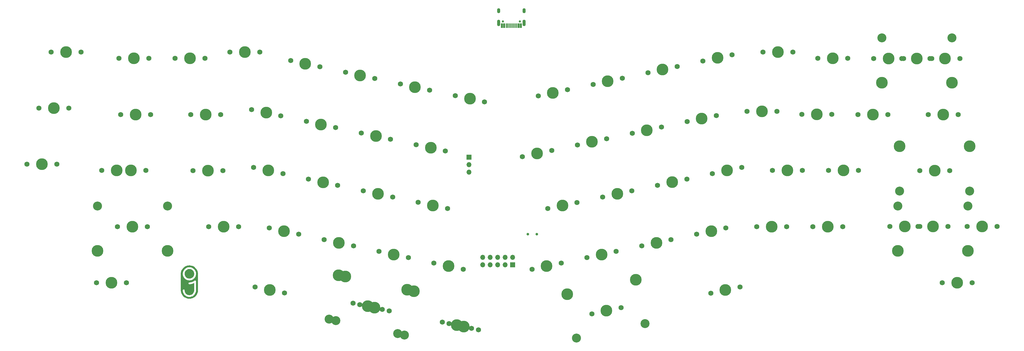
<source format=gts>
%TF.GenerationSoftware,KiCad,Pcbnew,(6.0.0)*%
%TF.CreationDate,2022-03-14T10:16:23+02:00*%
%TF.ProjectId,Alice_PCB,416c6963-655f-4504-9342-2e6b69636164,rev?*%
%TF.SameCoordinates,Original*%
%TF.FileFunction,Soldermask,Top*%
%TF.FilePolarity,Negative*%
%FSLAX46Y46*%
G04 Gerber Fmt 4.6, Leading zero omitted, Abs format (unit mm)*
G04 Created by KiCad (PCBNEW (6.0.0)) date 2022-03-14 10:16:23*
%MOMM*%
%LPD*%
G01*
G04 APERTURE LIST*
G04 Aperture macros list*
%AMRoundRect*
0 Rectangle with rounded corners*
0 $1 Rounding radius*
0 $2 $3 $4 $5 $6 $7 $8 $9 X,Y pos of 4 corners*
0 Add a 4 corners polygon primitive as box body*
4,1,4,$2,$3,$4,$5,$6,$7,$8,$9,$2,$3,0*
0 Add four circle primitives for the rounded corners*
1,1,$1+$1,$2,$3*
1,1,$1+$1,$4,$5*
1,1,$1+$1,$6,$7*
1,1,$1+$1,$8,$9*
0 Add four rect primitives between the rounded corners*
20,1,$1+$1,$2,$3,$4,$5,0*
20,1,$1+$1,$4,$5,$6,$7,0*
20,1,$1+$1,$6,$7,$8,$9,0*
20,1,$1+$1,$8,$9,$2,$3,0*%
G04 Aperture macros list end*
%ADD10C,1.750000*%
%ADD11C,3.987800*%
%ADD12C,3.048000*%
%ADD13C,0.750000*%
%ADD14RoundRect,0.050000X0.300000X0.725000X-0.300000X0.725000X-0.300000X-0.725000X0.300000X-0.725000X0*%
%ADD15RoundRect,0.050000X0.150000X0.725000X-0.150000X0.725000X-0.150000X-0.725000X0.150000X-0.725000X0*%
%ADD16O,1.100000X1.700000*%
%ADD17O,1.100000X2.200000*%
%ADD18C,0.900000*%
%ADD19R,1.700000X1.700000*%
%ADD20O,1.700000X1.700000*%
G04 APERTURE END LIST*
%TO.C,G\u002A\u002A\u002A*%
G36*
X34921158Y-124639597D02*
G01*
X34978591Y-124643751D01*
X34985527Y-124644518D01*
X35149041Y-124672176D01*
X35307174Y-124715937D01*
X35458919Y-124774984D01*
X35603268Y-124848500D01*
X35739214Y-124935669D01*
X35865753Y-125035674D01*
X35981876Y-125147699D01*
X36086576Y-125270928D01*
X36178848Y-125404544D01*
X36257685Y-125547730D01*
X36322080Y-125699671D01*
X36336141Y-125739933D01*
X36381443Y-125901553D01*
X36409846Y-126063122D01*
X36421912Y-126223700D01*
X36418202Y-126382344D01*
X36399279Y-126538113D01*
X36365706Y-126690064D01*
X36318045Y-126837257D01*
X36256857Y-126978749D01*
X36182706Y-127113599D01*
X36096154Y-127240865D01*
X35997763Y-127359604D01*
X35888095Y-127468876D01*
X35767713Y-127567739D01*
X35637180Y-127655250D01*
X35497056Y-127730468D01*
X35347905Y-127792451D01*
X35190289Y-127840258D01*
X35066500Y-127866305D01*
X34999178Y-127875562D01*
X34921785Y-127882433D01*
X34839982Y-127886702D01*
X34759430Y-127888151D01*
X34685791Y-127886562D01*
X34635043Y-127882892D01*
X34469376Y-127857089D01*
X34309355Y-127815444D01*
X34155922Y-127758737D01*
X34010018Y-127687751D01*
X33872586Y-127603265D01*
X33744567Y-127506062D01*
X33626903Y-127396923D01*
X33520536Y-127276629D01*
X33426409Y-127145961D01*
X33345462Y-127005700D01*
X33278638Y-126856628D01*
X33232472Y-126719505D01*
X33212196Y-126645435D01*
X33196820Y-126579932D01*
X33185726Y-126518323D01*
X33178296Y-126455937D01*
X33173914Y-126388101D01*
X33171961Y-126310144D01*
X33171699Y-126259636D01*
X33173060Y-126162560D01*
X33177668Y-126078029D01*
X33186256Y-126001264D01*
X33199559Y-125927485D01*
X33218313Y-125851914D01*
X33243252Y-125769771D01*
X33250307Y-125748342D01*
X33311957Y-125590163D01*
X33387872Y-125441637D01*
X33477311Y-125303403D01*
X33579536Y-125176098D01*
X33693805Y-125060361D01*
X33819378Y-124956830D01*
X33955516Y-124866143D01*
X34101477Y-124788939D01*
X34256523Y-124725856D01*
X34419912Y-124677531D01*
X34516189Y-124656891D01*
X34567427Y-124649601D01*
X34631420Y-124643909D01*
X34703478Y-124639939D01*
X34778913Y-124637814D01*
X34853036Y-124637659D01*
X34921158Y-124639597D01*
G37*
G36*
X31869692Y-131897009D02*
G01*
X31868988Y-131841490D01*
X31868322Y-131770962D01*
X31867694Y-131686257D01*
X31867104Y-131588206D01*
X31866552Y-131477642D01*
X31866038Y-131355396D01*
X31865562Y-131222301D01*
X31865124Y-131079188D01*
X31864724Y-130926890D01*
X31864362Y-130766238D01*
X31864037Y-130598064D01*
X31863751Y-130423201D01*
X31863503Y-130242479D01*
X31863292Y-130056732D01*
X31863120Y-129866792D01*
X31862985Y-129673489D01*
X31862889Y-129477656D01*
X31862830Y-129280126D01*
X31862810Y-129081729D01*
X31862827Y-128883298D01*
X31862883Y-128685665D01*
X31862976Y-128489662D01*
X31863107Y-128296120D01*
X31863277Y-128105873D01*
X31863484Y-127919751D01*
X31863729Y-127738586D01*
X31864012Y-127563212D01*
X31864334Y-127394458D01*
X31864693Y-127233159D01*
X31865090Y-127080144D01*
X31865525Y-126936247D01*
X31865998Y-126802300D01*
X31866509Y-126679134D01*
X31867058Y-126567581D01*
X31867645Y-126468473D01*
X31868270Y-126382642D01*
X31868932Y-126310921D01*
X31869633Y-126254141D01*
X31870110Y-126227648D01*
X32558942Y-126227648D01*
X32559022Y-126301846D01*
X32560231Y-126373972D01*
X32562567Y-126440120D01*
X32566030Y-126496380D01*
X32570109Y-126535343D01*
X32606661Y-126736940D01*
X32658772Y-126930917D01*
X32726267Y-127116921D01*
X32808974Y-127294602D01*
X32906721Y-127463608D01*
X33019333Y-127623587D01*
X33146639Y-127774187D01*
X33214030Y-127844153D01*
X33359297Y-127976845D01*
X33514011Y-128095569D01*
X33677115Y-128199929D01*
X33847554Y-128289531D01*
X34024272Y-128363980D01*
X34206213Y-128422881D01*
X34392320Y-128465841D01*
X34581539Y-128492464D01*
X34772812Y-128502355D01*
X34957458Y-128495738D01*
X35156985Y-128471400D01*
X35350872Y-128430562D01*
X35538601Y-128373461D01*
X35719654Y-128300334D01*
X35893513Y-128211421D01*
X36059662Y-128106959D01*
X36217582Y-127987185D01*
X36366757Y-127852338D01*
X36375206Y-127843985D01*
X36509347Y-127698577D01*
X36628986Y-127543476D01*
X36733933Y-127379071D01*
X36823995Y-127205749D01*
X36898982Y-127023899D01*
X36958703Y-126833909D01*
X37002967Y-126636167D01*
X37019127Y-126535343D01*
X37023602Y-126491326D01*
X37026952Y-126433903D01*
X37029176Y-126366984D01*
X37030273Y-126294476D01*
X37030240Y-126220286D01*
X37029078Y-126148323D01*
X37026784Y-126082495D01*
X37023358Y-126026708D01*
X37019304Y-125988306D01*
X36982320Y-125785410D01*
X36930210Y-125591314D01*
X36862935Y-125405941D01*
X36780457Y-125229219D01*
X36682741Y-125061073D01*
X36569747Y-124901428D01*
X36441439Y-124750211D01*
X36346849Y-124653537D01*
X36198945Y-124521665D01*
X36043963Y-124405441D01*
X35881285Y-124304554D01*
X35710294Y-124218694D01*
X35530371Y-124147551D01*
X35340899Y-124090815D01*
X35141260Y-124048176D01*
X35139832Y-124047928D01*
X35101836Y-124041696D01*
X35066518Y-124036910D01*
X35030669Y-124033387D01*
X34991080Y-124030945D01*
X34944541Y-124029400D01*
X34887843Y-124028570D01*
X34817778Y-124028272D01*
X34794618Y-124028259D01*
X34720099Y-124028438D01*
X34659873Y-124029096D01*
X34610732Y-124030415D01*
X34569466Y-124032580D01*
X34532867Y-124035772D01*
X34497725Y-124040174D01*
X34460832Y-124045970D01*
X34449404Y-124047928D01*
X34249692Y-124090469D01*
X34060151Y-124147106D01*
X33880164Y-124218148D01*
X33709113Y-124303904D01*
X33546379Y-124404686D01*
X33391345Y-124520802D01*
X33243394Y-124652564D01*
X33242387Y-124653537D01*
X33103793Y-124799147D01*
X32980540Y-124953135D01*
X32872588Y-125115575D01*
X32779900Y-125286540D01*
X32702440Y-125466107D01*
X32640169Y-125654348D01*
X32593051Y-125851338D01*
X32569932Y-125988306D01*
X32565485Y-126031709D01*
X32562172Y-126088672D01*
X32559991Y-126155288D01*
X32558942Y-126227648D01*
X31870110Y-126227648D01*
X31870372Y-126213133D01*
X31871149Y-126188731D01*
X31871214Y-126187493D01*
X31892140Y-125957660D01*
X31929086Y-125734740D01*
X31982169Y-125518421D01*
X32051508Y-125308393D01*
X32137220Y-125104346D01*
X32239425Y-124905970D01*
X32358240Y-124712955D01*
X32493783Y-124524990D01*
X32514797Y-124498181D01*
X32551493Y-124454240D01*
X32598206Y-124401950D01*
X32651806Y-124344518D01*
X32709162Y-124285152D01*
X32767143Y-124227059D01*
X32822618Y-124173447D01*
X32872456Y-124127523D01*
X32899684Y-124103871D01*
X33080352Y-123962823D01*
X33267991Y-123837744D01*
X33462823Y-123728539D01*
X33665067Y-123635113D01*
X33874944Y-123557372D01*
X34092676Y-123495219D01*
X34318483Y-123448559D01*
X34470772Y-123426361D01*
X34515523Y-123422323D01*
X34574223Y-123419193D01*
X34643340Y-123416971D01*
X34719342Y-123415656D01*
X34798695Y-123415249D01*
X34877868Y-123415749D01*
X34953329Y-123417156D01*
X35021544Y-123419471D01*
X35078981Y-123422694D01*
X35118464Y-123426361D01*
X35346891Y-123462255D01*
X35566257Y-123512886D01*
X35777369Y-123578530D01*
X35981036Y-123659465D01*
X36178066Y-123755969D01*
X36327513Y-123842138D01*
X36454501Y-123924289D01*
X36571365Y-124008656D01*
X36682533Y-124098805D01*
X36792431Y-124198300D01*
X36891058Y-124295855D01*
X37034109Y-124452145D01*
X37161583Y-124612442D01*
X37275355Y-124779411D01*
X37377303Y-124955719D01*
X37432863Y-125065612D01*
X37519852Y-125263804D01*
X37590692Y-125463645D01*
X37645905Y-125667186D01*
X37686011Y-125876478D01*
X37711532Y-126093570D01*
X37718022Y-126187493D01*
X37718802Y-126210497D01*
X37719544Y-126250175D01*
X37720248Y-126305694D01*
X37720914Y-126376222D01*
X37721542Y-126460927D01*
X37722132Y-126558978D01*
X37722684Y-126669543D01*
X37723198Y-126791788D01*
X37723674Y-126924883D01*
X37724112Y-127067996D01*
X37724512Y-127220295D01*
X37724875Y-127380946D01*
X37725199Y-127549120D01*
X37725485Y-127723983D01*
X37725733Y-127904705D01*
X37725944Y-128090452D01*
X37726116Y-128280392D01*
X37726251Y-128473695D01*
X37726347Y-128669528D01*
X37726406Y-128867059D01*
X37726426Y-129065455D01*
X37726409Y-129263886D01*
X37726353Y-129461519D01*
X37726260Y-129657522D01*
X37726129Y-129851064D01*
X37725959Y-130041311D01*
X37725752Y-130227433D01*
X37725507Y-130408598D01*
X37725224Y-130583972D01*
X37724903Y-130752726D01*
X37724543Y-130914025D01*
X37724146Y-131067040D01*
X37723711Y-131210937D01*
X37723238Y-131344884D01*
X37722727Y-131468050D01*
X37722178Y-131579603D01*
X37721591Y-131678711D01*
X37720967Y-131764542D01*
X37720304Y-131836263D01*
X37719603Y-131893044D01*
X37718864Y-131934051D01*
X37718087Y-131958453D01*
X37718022Y-131959691D01*
X37697065Y-132189568D01*
X37660035Y-132412637D01*
X37606826Y-132629174D01*
X37537333Y-132839454D01*
X37451453Y-133043752D01*
X37349080Y-133242343D01*
X37230109Y-133435502D01*
X37094436Y-133623503D01*
X37074439Y-133649003D01*
X37037743Y-133692944D01*
X36991030Y-133745234D01*
X36937430Y-133802666D01*
X36880074Y-133862032D01*
X36822093Y-133920125D01*
X36766618Y-133973737D01*
X36716780Y-134019661D01*
X36689553Y-134043313D01*
X36508222Y-134184757D01*
X36319500Y-134310334D01*
X36123429Y-134420026D01*
X35920048Y-134513815D01*
X35709398Y-134591683D01*
X35491521Y-134653612D01*
X35266457Y-134699584D01*
X35161601Y-134715225D01*
X35115922Y-134719921D01*
X35056545Y-134723997D01*
X34987114Y-134727383D01*
X34911276Y-134730006D01*
X34832676Y-134731794D01*
X34754961Y-134732677D01*
X34681775Y-134732582D01*
X34616765Y-134731438D01*
X34563577Y-134729173D01*
X34540793Y-134727433D01*
X34310068Y-134697199D01*
X34086309Y-134650913D01*
X33869555Y-134588590D01*
X33659844Y-134510248D01*
X33457213Y-134415901D01*
X33261702Y-134305565D01*
X33073349Y-134179258D01*
X32899684Y-134043313D01*
X32855035Y-134003918D01*
X32802766Y-133954803D01*
X32746009Y-133899175D01*
X32687894Y-133840243D01*
X32631552Y-133781214D01*
X32580113Y-133725295D01*
X32536709Y-133675693D01*
X32514797Y-133649003D01*
X32393222Y-133485980D01*
X32286673Y-133322466D01*
X32192932Y-133154949D01*
X32156373Y-133081572D01*
X32069384Y-132883380D01*
X31998544Y-132683539D01*
X31943331Y-132479998D01*
X31903225Y-132270706D01*
X31877704Y-132053614D01*
X31871214Y-131959691D01*
X31870697Y-131944440D01*
X32558971Y-131944440D01*
X32568346Y-132127745D01*
X32594696Y-132310166D01*
X32637492Y-132490504D01*
X32696206Y-132667563D01*
X32770310Y-132840145D01*
X32859275Y-133007054D01*
X32962574Y-133167091D01*
X33079678Y-133319059D01*
X33210060Y-133461762D01*
X33242387Y-133493647D01*
X33392288Y-133626856D01*
X33550523Y-133744733D01*
X33716780Y-133847123D01*
X33890746Y-133933868D01*
X34072110Y-134004812D01*
X34260560Y-134059798D01*
X34445028Y-134096978D01*
X34493371Y-134104633D01*
X34532954Y-134110529D01*
X34567166Y-134114865D01*
X34599394Y-134117838D01*
X34633027Y-134119646D01*
X34671452Y-134120486D01*
X34718058Y-134120557D01*
X34776233Y-134120056D01*
X34829628Y-134119421D01*
X34906936Y-134118091D01*
X34970423Y-134116028D01*
X35023767Y-134112985D01*
X35070645Y-134108714D01*
X35114735Y-134102966D01*
X35144453Y-134098182D01*
X35343548Y-134055880D01*
X35533364Y-133998783D01*
X35714251Y-133926715D01*
X35886561Y-133839501D01*
X36050645Y-133736962D01*
X36206853Y-133618922D01*
X36346849Y-133493647D01*
X36485126Y-133348473D01*
X36608013Y-133195183D01*
X36715619Y-133033558D01*
X36808053Y-132863382D01*
X36885426Y-132684437D01*
X36947847Y-132496507D01*
X36995425Y-132299374D01*
X37019512Y-132158878D01*
X37020951Y-132145683D01*
X37022271Y-132126388D01*
X37023478Y-132100326D01*
X37024575Y-132066828D01*
X37025567Y-132025227D01*
X37026459Y-131974855D01*
X37027254Y-131915044D01*
X37027957Y-131845127D01*
X37028573Y-131764436D01*
X37029106Y-131672303D01*
X37029560Y-131568060D01*
X37029940Y-131451039D01*
X37030250Y-131320573D01*
X37030494Y-131175995D01*
X37030677Y-131016635D01*
X37030803Y-130841827D01*
X37030877Y-130650903D01*
X37030903Y-130443194D01*
X37030903Y-128771628D01*
X37011368Y-128729696D01*
X36979890Y-128678580D01*
X36936342Y-128630371D01*
X36886008Y-128590283D01*
X36849045Y-128569605D01*
X36812960Y-128555149D01*
X36780016Y-128547527D01*
X36741169Y-128544867D01*
X36728939Y-128544758D01*
X36692902Y-128546287D01*
X36659695Y-128551844D01*
X36626293Y-128562751D01*
X36589674Y-128580328D01*
X36546814Y-128605894D01*
X36494687Y-128640771D01*
X36470738Y-128657503D01*
X36283094Y-128779042D01*
X36087026Y-128885435D01*
X35883537Y-128976288D01*
X35673627Y-129051207D01*
X35458300Y-129109797D01*
X35238558Y-129151663D01*
X35202700Y-129156832D01*
X35161368Y-129161769D01*
X35107158Y-129167127D01*
X35044677Y-129172514D01*
X34978534Y-129177534D01*
X34913337Y-129181795D01*
X34904447Y-129182314D01*
X34841329Y-129185991D01*
X34792948Y-129189112D01*
X34756563Y-129192119D01*
X34729435Y-129195454D01*
X34708825Y-129199557D01*
X34691991Y-129204871D01*
X34676195Y-129211837D01*
X34658696Y-129220897D01*
X34655940Y-129222366D01*
X34595285Y-129263280D01*
X34547744Y-129315061D01*
X34515718Y-129370130D01*
X34499194Y-129421529D01*
X34492179Y-129480614D01*
X34494752Y-129540689D01*
X34506991Y-129595058D01*
X34512910Y-129610045D01*
X34548060Y-129668015D01*
X34596444Y-129718227D01*
X34654610Y-129758212D01*
X34719105Y-129785502D01*
X34773889Y-129796634D01*
X34804164Y-129798003D01*
X34848511Y-129797696D01*
X34903597Y-129795907D01*
X34966091Y-129792835D01*
X35032660Y-129788676D01*
X35099970Y-129783625D01*
X35164691Y-129777881D01*
X35223489Y-129771640D01*
X35247386Y-129768688D01*
X35491992Y-129727994D01*
X35733530Y-129670185D01*
X35971153Y-129595510D01*
X36204016Y-129504219D01*
X36312938Y-129455001D01*
X36351655Y-129436844D01*
X36384267Y-129421749D01*
X36407729Y-129411111D01*
X36418998Y-129406323D01*
X36419509Y-129406190D01*
X36420300Y-129414749D01*
X36420996Y-129439652D01*
X36421600Y-129479737D01*
X36422115Y-129533843D01*
X36422544Y-129600810D01*
X36422888Y-129679475D01*
X36423152Y-129768678D01*
X36423337Y-129867258D01*
X36423447Y-129974053D01*
X36423483Y-130087901D01*
X36423450Y-130207643D01*
X36423348Y-130332117D01*
X36423182Y-130460161D01*
X36422954Y-130590614D01*
X36422667Y-130722315D01*
X36422322Y-130854103D01*
X36421924Y-130984817D01*
X36421474Y-131113295D01*
X36420976Y-131238377D01*
X36420432Y-131358901D01*
X36419845Y-131473705D01*
X36419217Y-131581629D01*
X36418552Y-131681512D01*
X36417851Y-131772191D01*
X36417118Y-131852507D01*
X36416356Y-131921298D01*
X36415566Y-131977402D01*
X36414753Y-132019659D01*
X36413918Y-132046907D01*
X36413327Y-132056380D01*
X36386922Y-132220881D01*
X36344681Y-132379800D01*
X36287423Y-132532190D01*
X36215964Y-132677106D01*
X36131123Y-132813601D01*
X36033715Y-132940729D01*
X35924558Y-133057544D01*
X35804471Y-133163101D01*
X35674270Y-133256452D01*
X35534772Y-133336652D01*
X35386794Y-133402754D01*
X35231155Y-133453813D01*
X35198839Y-133462222D01*
X35137820Y-133476868D01*
X35085096Y-133487967D01*
X35036381Y-133495990D01*
X34987387Y-133501410D01*
X34933827Y-133504699D01*
X34871414Y-133506330D01*
X34795861Y-133506776D01*
X34794618Y-133506776D01*
X34718837Y-133506344D01*
X34656261Y-133504734D01*
X34602601Y-133501473D01*
X34553570Y-133496088D01*
X34504882Y-133488107D01*
X34452249Y-133477058D01*
X34391385Y-133462467D01*
X34390397Y-133462222D01*
X34235280Y-133414729D01*
X34086247Y-133351504D01*
X33944455Y-133273598D01*
X33811063Y-133182062D01*
X33687229Y-133077949D01*
X33574111Y-132962308D01*
X33472866Y-132836192D01*
X33384653Y-132700653D01*
X33310631Y-132556740D01*
X33263339Y-132438929D01*
X33232636Y-132344803D01*
X33208697Y-132253640D01*
X33190581Y-132160517D01*
X33177350Y-132060510D01*
X33168062Y-131948697D01*
X33167254Y-131935687D01*
X33162385Y-131871428D01*
X33155682Y-131821026D01*
X33145899Y-131780845D01*
X33131788Y-131747248D01*
X33112104Y-131716595D01*
X33085601Y-131685252D01*
X33079028Y-131678216D01*
X33023236Y-131630852D01*
X32961662Y-131599032D01*
X32896577Y-131582756D01*
X32830250Y-131582024D01*
X32764950Y-131596835D01*
X32702949Y-131627190D01*
X32646515Y-131673089D01*
X32641566Y-131678216D01*
X32612445Y-131710702D01*
X32590971Y-131740108D01*
X32576023Y-131770043D01*
X32566482Y-131804116D01*
X32561230Y-131845934D01*
X32559146Y-131899106D01*
X32558971Y-131944440D01*
X31870697Y-131944440D01*
X31870434Y-131936687D01*
X31869692Y-131897009D01*
G37*
%TD*%
D10*
%TO.C,MX_Enter1*%
X292941697Y-91172947D03*
D11*
X287861697Y-91172947D03*
D12*
X299767947Y-98157947D03*
D10*
X282781697Y-91172947D03*
D11*
X299767947Y-82917947D03*
D12*
X275955447Y-98157947D03*
D11*
X275955447Y-82917947D03*
%TD*%
%TO.C,MX_Pipe1*%
X290741699Y-72128501D03*
D10*
X285661699Y-72128501D03*
X295821699Y-72128501D03*
%TD*%
D11*
%TO.C,MX_K1*%
X198721698Y-95108498D03*
D10*
X193752708Y-96164689D03*
X203690688Y-94052307D03*
%TD*%
D11*
%TO.C,MX_Back1*%
X281811698Y-53079846D03*
D10*
X276731698Y-53079846D03*
D12*
X293717948Y-46094846D03*
X269905448Y-46094846D03*
D11*
X293717948Y-61334846D03*
X269905448Y-61334846D03*
D10*
X286891698Y-53079846D03*
%TD*%
%TO.C,MX_RBrc1*%
X261841697Y-72118498D03*
X272001697Y-72118498D03*
D11*
X266921697Y-72118498D03*
%TD*%
D10*
%TO.C,MX-0*%
X209142703Y-53944691D03*
X219080683Y-51832309D03*
D11*
X214111693Y-52888500D03*
%TD*%
D10*
%TO.C,MX_U1*%
X166532709Y-82474690D03*
D11*
X171501699Y-81418499D03*
D10*
X176470689Y-80362308D03*
%TD*%
%TO.C,MX_D1*%
X75212708Y-94092306D03*
D11*
X80181698Y-95148497D03*
D10*
X85150688Y-96204688D03*
%TD*%
%TO.C,MX_N1*%
X169772705Y-120764689D03*
D11*
X174741695Y-119708498D03*
D10*
X179710685Y-118652307D03*
%TD*%
D11*
%TO.C,MX_E1*%
X79481696Y-75508498D03*
D10*
X84450686Y-76564689D03*
X74512706Y-74452307D03*
%TD*%
D11*
%TO.C,MX_M1*%
X193361698Y-115728501D03*
D10*
X188392708Y-116784692D03*
X198330688Y-114672310D03*
%TD*%
%TO.C,MX_B2*%
X151122709Y-124714690D03*
D11*
X156091699Y-123658499D03*
D10*
X161060689Y-122602308D03*
%TD*%
%TO.C,MX_Dn1*%
X-20368301Y-89028496D03*
X-10208301Y-89028496D03*
D11*
X-15288301Y-89028496D03*
%TD*%
D10*
%TO.C,MX_LFn2*%
X120652710Y-142672305D03*
D11*
X125621700Y-143728496D03*
D10*
X130590690Y-144784687D03*
%TD*%
D11*
%TO.C,MX_Caps1*%
X14901700Y-91118501D03*
D10*
X9821700Y-91118501D03*
X19981700Y-91118501D03*
%TD*%
%TO.C,MX_Esc1*%
X21031699Y-53058498D03*
D11*
X15951699Y-53058498D03*
D10*
X10871699Y-53058498D03*
%TD*%
%TO.C,MX_9*%
X190492709Y-57914691D03*
D11*
X195461699Y-56858500D03*
D10*
X200430689Y-55802309D03*
%TD*%
%TO.C,MX_Comm1*%
X216970693Y-110712306D03*
D11*
X212001703Y-111768497D03*
D10*
X207032713Y-112824688D03*
%TD*%
%TO.C,MX_LBrc1*%
X252961698Y-72098501D03*
X242801698Y-72098501D03*
D11*
X247881698Y-72098501D03*
%TD*%
D10*
%TO.C,MX_B1*%
X127770688Y-124724690D03*
D11*
X122801698Y-123668499D03*
D10*
X117832708Y-122612308D03*
%TD*%
D11*
%TO.C,MX_Z1*%
X46391696Y-110218493D03*
D10*
X51471696Y-110218493D03*
X41311696Y-110218493D03*
%TD*%
%TO.C,MX_W1*%
X55912708Y-70462305D03*
X65850688Y-72574687D03*
D11*
X60881698Y-71518496D03*
%TD*%
D10*
%TO.C,MX_Stop1*%
X227421698Y-110218500D03*
D11*
X232501698Y-110218500D03*
D10*
X237581698Y-110218500D03*
%TD*%
D11*
%TO.C,MX_R1*%
X98121698Y-79458500D03*
D10*
X93152708Y-78402309D03*
X103090688Y-80514691D03*
%TD*%
%TO.C,MX_RAlt1*%
X221780691Y-130712307D03*
X211842711Y-132824689D03*
D11*
X216811701Y-131768498D03*
%TD*%
D13*
%TO.C,USB1*%
X141255000Y-40505000D03*
X147035000Y-40505000D03*
D14*
X147370000Y-41950000D03*
X146595000Y-41950000D03*
D15*
X145895000Y-41950000D03*
X145395000Y-41950000D03*
X144895000Y-41950000D03*
X144395000Y-41950000D03*
X143895000Y-41950000D03*
X143395000Y-41950000D03*
X142895000Y-41950000D03*
X142395000Y-41950000D03*
D14*
X141695000Y-41950000D03*
X140920000Y-41950000D03*
D16*
X148465000Y-36855000D03*
D17*
X139825000Y-41035000D03*
X148465000Y-41035000D03*
D16*
X139825000Y-36855000D03*
%TD*%
D10*
%TO.C,MX_LAlt1*%
X67060690Y-132814686D03*
D11*
X62091700Y-131758495D03*
D10*
X57122710Y-130702304D03*
%TD*%
D11*
%TO.C,MX_X1*%
X66911698Y-111768500D03*
D10*
X61942708Y-110712309D03*
X71880688Y-112824691D03*
%TD*%
%TO.C,MX_RSft2*%
X282771700Y-110194754D03*
X272611700Y-110194754D03*
D11*
X277691700Y-110194754D03*
%TD*%
%TO.C,MX_Pipe2*%
X272241703Y-53079855D03*
D10*
X267161703Y-53079855D03*
X277321703Y-53079855D03*
%TD*%
D11*
%TO.C,MX_4*%
X92771698Y-58828497D03*
D10*
X87802708Y-57772306D03*
X97740688Y-59884688D03*
%TD*%
%TO.C,MX_F1*%
X103800689Y-100144691D03*
X93862709Y-98032309D03*
D11*
X98831699Y-99088500D03*
%TD*%
D10*
%TO.C,MX_RSpc1*%
X181390686Y-137772303D03*
D11*
X176421696Y-138828494D03*
D12*
X189520029Y-143185406D03*
D11*
X186351455Y-128278437D03*
X163059315Y-133229334D03*
D12*
X166227889Y-148136304D03*
D10*
X171452706Y-139884685D03*
%TD*%
%TO.C,MX_T1*%
X121730687Y-84474686D03*
D11*
X116761697Y-83418495D03*
D10*
X111792707Y-82362304D03*
%TD*%
%TO.C,MX_Slsh1*%
X256611692Y-110238499D03*
D11*
X251531692Y-110238499D03*
D10*
X246451692Y-110238499D03*
%TD*%
%TO.C,MX_Tab1*%
X11471699Y-72118501D03*
X21631699Y-72118501D03*
D11*
X16551699Y-72118501D03*
%TD*%
%TO.C,MX_RCtl1*%
X295471699Y-129308498D03*
D10*
X290391699Y-129308498D03*
X300551699Y-129308498D03*
%TD*%
D11*
%TO.C,MX_Up1*%
X-11228305Y-69968491D03*
D10*
X-16308305Y-69968491D03*
X-6148305Y-69968491D03*
%TD*%
%TO.C,MX_S1*%
X66550687Y-92214688D03*
D11*
X61581697Y-91158497D03*
D10*
X56612707Y-90102306D03*
%TD*%
D11*
%TO.C,MX_LSpc2*%
X95341698Y-137288500D03*
X85411939Y-126738443D03*
D12*
X105535505Y-146596310D03*
D10*
X100310688Y-138344691D03*
X90372708Y-136232309D03*
D12*
X82243365Y-141645412D03*
D11*
X108704079Y-131689340D03*
%TD*%
D10*
%TO.C,MX_3*%
X79110686Y-55934690D03*
D11*
X74141696Y-54878499D03*
D10*
X69172706Y-53822308D03*
%TD*%
%TO.C,MX_V1*%
X109140688Y-120754689D03*
D11*
X104171698Y-119698498D03*
D10*
X99202708Y-118642307D03*
%TD*%
D11*
%TO.C,MX_O1*%
X208751699Y-73508499D03*
D10*
X203782709Y-74564690D03*
X213720689Y-72452308D03*
%TD*%
D11*
%TO.C,MX_Dash1*%
X234631700Y-50908501D03*
D10*
X229551700Y-50908501D03*
X239711700Y-50908501D03*
%TD*%
%TO.C,MX_Eql1*%
X258321698Y-53048496D03*
D11*
X253241698Y-53048496D03*
D10*
X248161698Y-53048496D03*
%TD*%
%TO.C,MX_Scln1*%
X232781699Y-91158492D03*
X242941699Y-91158492D03*
D11*
X237861699Y-91158492D03*
%TD*%
%TO.C,MX_2*%
X53641700Y-50913843D03*
D10*
X48561700Y-50913843D03*
X58721700Y-50913843D03*
%TD*%
D11*
%TO.C,MX_LSpc1*%
X111004081Y-132179344D03*
D10*
X92672710Y-136722313D03*
D11*
X87711941Y-127228447D03*
X97641700Y-137778504D03*
D12*
X107835507Y-147086314D03*
D10*
X102610690Y-138834695D03*
D12*
X84543367Y-142135416D03*
%TD*%
D10*
%TO.C,MX_Q1*%
X45431697Y-72118500D03*
X35271697Y-72118500D03*
D11*
X40351697Y-72118500D03*
%TD*%
D10*
%TO.C,MX_I1*%
X195100690Y-76412305D03*
X185162710Y-78524687D03*
D11*
X190131700Y-77468496D03*
%TD*%
%TO.C,MX_Caps2*%
X10111698Y-91148494D03*
D10*
X5031698Y-91148494D03*
X15191698Y-91148494D03*
%TD*%
%TO.C,MX_5*%
X116360688Y-63854691D03*
D11*
X111391698Y-62798500D03*
D10*
X106422708Y-61742309D03*
%TD*%
D11*
%TO.C,MX_8*%
X176831698Y-60838497D03*
D10*
X171862708Y-61894688D03*
X181800688Y-59782306D03*
%TD*%
%TO.C,MX_Quot1*%
X251831699Y-91158498D03*
X261991699Y-91158498D03*
D11*
X256911699Y-91158498D03*
%TD*%
D10*
%TO.C,MX_C1*%
X90510688Y-116784687D03*
D11*
X85541698Y-115728496D03*
D10*
X80572708Y-114672305D03*
%TD*%
%TO.C,MX_6*%
X135020689Y-67814690D03*
D11*
X130051699Y-66758499D03*
D10*
X125082709Y-65702308D03*
%TD*%
%TO.C,MX_A1*%
X35981696Y-91174744D03*
X46141696Y-91174744D03*
D11*
X41061696Y-91174744D03*
%TD*%
D10*
%TO.C,MX_Back2*%
X296451699Y-53079846D03*
D11*
X291371699Y-53079846D03*
D10*
X286291699Y-53079846D03*
%TD*%
D11*
%TO.C,MX_H1*%
X161451700Y-103058500D03*
D10*
X166420690Y-102002309D03*
X156482710Y-104114691D03*
%TD*%
%TO.C,MX_Y1*%
X147882708Y-86444690D03*
D11*
X152851698Y-85388499D03*
D10*
X157820688Y-84332308D03*
%TD*%
%TO.C,MX_7*%
X153252708Y-65834687D03*
X163190688Y-63722305D03*
D11*
X158221698Y-64778496D03*
%TD*%
D10*
%TO.C,MX_P1*%
X234311697Y-71058496D03*
D11*
X229231697Y-71058496D03*
D10*
X224151697Y-71058496D03*
%TD*%
D11*
%TO.C,MX_Fn1*%
X304001698Y-110194748D03*
D10*
X298921698Y-110194748D03*
X309081698Y-110194748D03*
%TD*%
D12*
%TO.C,MX_RSft1*%
X275355446Y-103209746D03*
D11*
X275355446Y-118449746D03*
X299167946Y-118449746D03*
D12*
X299167946Y-103209746D03*
D10*
X292341696Y-110194746D03*
D11*
X287261696Y-110194746D03*
D10*
X282181696Y-110194746D03*
%TD*%
%TO.C,MX_G1*%
X112492703Y-101982307D03*
D11*
X117461693Y-103038498D03*
D10*
X122430683Y-104094689D03*
%TD*%
%TO.C,MX_LCtl1*%
X3251699Y-129278499D03*
X13411699Y-129278499D03*
D11*
X8331699Y-129278499D03*
%TD*%
D10*
%TO.C,MX_L1*%
X222340684Y-90082307D03*
X212402704Y-92194689D03*
D11*
X217371694Y-91138498D03*
%TD*%
%TO.C,MX_LSft1*%
X15461698Y-110214050D03*
D12*
X27367948Y-103229050D03*
D10*
X20541698Y-110214050D03*
X10381698Y-110214050D03*
D11*
X3555448Y-118469050D03*
X27367948Y-118469050D03*
D12*
X3555448Y-103229050D03*
%TD*%
D10*
%TO.C,MX_Del1*%
X-12143389Y-50929850D03*
D11*
X-7063389Y-50929850D03*
D10*
X-1983389Y-50929850D03*
%TD*%
%TO.C,MX_1*%
X40061698Y-53058499D03*
D11*
X34981698Y-53058499D03*
D10*
X29901698Y-53058499D03*
%TD*%
D11*
%TO.C,MX_J1*%
X180091699Y-99098498D03*
D10*
X185060689Y-98042307D03*
X175122709Y-100154689D03*
%TD*%
%TO.C,MX_LFn1*%
X132930685Y-145284693D03*
X122992705Y-143172311D03*
D11*
X127961695Y-144228502D03*
%TD*%
D18*
%TO.C,BOOT1*%
X152741697Y-112763493D03*
X149741697Y-112763493D03*
%TD*%
D19*
%TO.C,J_SWD1*%
X144526702Y-123197247D03*
D20*
X144526702Y-120657247D03*
X141986702Y-123197247D03*
X141986702Y-120657247D03*
X139446702Y-123197247D03*
X139446702Y-120657247D03*
X136906702Y-123197247D03*
X136906702Y-120657247D03*
X134366702Y-123197247D03*
X134366702Y-120657247D03*
%TD*%
D19*
%TO.C,J_RGB1*%
X129711701Y-86648499D03*
D20*
X129711701Y-89188499D03*
X129711701Y-91728499D03*
%TD*%
M02*

</source>
